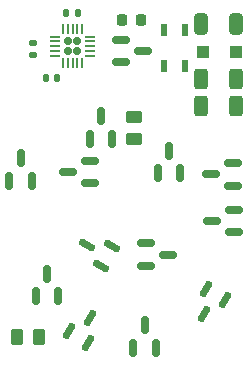
<source format=gbr>
%TF.GenerationSoftware,KiCad,Pcbnew,(6.0.0)*%
%TF.CreationDate,2023-04-30T17:40:05-04:00*%
%TF.ProjectId,nixitest1,6e697869-7465-4737-9431-2e6b69636164,rev?*%
%TF.SameCoordinates,Original*%
%TF.FileFunction,Paste,Top*%
%TF.FilePolarity,Positive*%
%FSLAX46Y46*%
G04 Gerber Fmt 4.6, Leading zero omitted, Abs format (unit mm)*
G04 Created by KiCad (PCBNEW (6.0.0)) date 2023-04-30 17:40:05*
%MOMM*%
%LPD*%
G01*
G04 APERTURE LIST*
G04 Aperture macros list*
%AMRoundRect*
0 Rectangle with rounded corners*
0 $1 Rounding radius*
0 $2 $3 $4 $5 $6 $7 $8 $9 X,Y pos of 4 corners*
0 Add a 4 corners polygon primitive as box body*
4,1,4,$2,$3,$4,$5,$6,$7,$8,$9,$2,$3,0*
0 Add four circle primitives for the rounded corners*
1,1,$1+$1,$2,$3*
1,1,$1+$1,$4,$5*
1,1,$1+$1,$6,$7*
1,1,$1+$1,$8,$9*
0 Add four rect primitives between the rounded corners*
20,1,$1+$1,$2,$3,$4,$5,0*
20,1,$1+$1,$4,$5,$6,$7,0*
20,1,$1+$1,$6,$7,$8,$9,0*
20,1,$1+$1,$8,$9,$2,$3,0*%
G04 Aperture macros list end*
%ADD10RoundRect,0.150000X0.587500X0.150000X-0.587500X0.150000X-0.587500X-0.150000X0.587500X-0.150000X0*%
%ADD11RoundRect,0.150000X0.150000X-0.587500X0.150000X0.587500X-0.150000X0.587500X-0.150000X-0.587500X0*%
%ADD12RoundRect,0.055000X-0.220000X0.445000X-0.220000X-0.445000X0.220000X-0.445000X0.220000X0.445000X0*%
%ADD13RoundRect,0.167500X-0.167500X-0.167500X0.167500X-0.167500X0.167500X0.167500X-0.167500X0.167500X0*%
%ADD14RoundRect,0.050000X-0.375000X-0.050000X0.375000X-0.050000X0.375000X0.050000X-0.375000X0.050000X0*%
%ADD15RoundRect,0.050000X-0.050000X-0.375000X0.050000X-0.375000X0.050000X0.375000X-0.050000X0.375000X0*%
%ADD16RoundRect,0.250000X0.325000X0.650000X-0.325000X0.650000X-0.325000X-0.650000X0.325000X-0.650000X0*%
%ADD17RoundRect,0.150000X-0.587500X-0.150000X0.587500X-0.150000X0.587500X0.150000X-0.587500X0.150000X0*%
%ADD18RoundRect,0.135000X0.185000X-0.135000X0.185000X0.135000X-0.185000X0.135000X-0.185000X-0.135000X0*%
%ADD19RoundRect,0.135000X-0.135000X-0.185000X0.135000X-0.185000X0.135000X0.185000X-0.135000X0.185000X0*%
%ADD20RoundRect,0.250000X-0.450000X0.262500X-0.450000X-0.262500X0.450000X-0.262500X0.450000X0.262500X0*%
%ADD21RoundRect,0.250000X-0.312500X-0.625000X0.312500X-0.625000X0.312500X0.625000X-0.312500X0.625000X0*%
%ADD22RoundRect,0.150000X0.163846X0.583790X-0.423654X-0.433790X-0.163846X-0.583790X0.423654X0.433790X0*%
%ADD23RoundRect,0.250000X0.262500X0.450000X-0.262500X0.450000X-0.262500X-0.450000X0.262500X-0.450000X0*%
%ADD24RoundRect,0.225000X0.225000X0.250000X-0.225000X0.250000X-0.225000X-0.250000X0.225000X-0.250000X0*%
%ADD25RoundRect,0.150000X-0.163846X-0.583790X0.423654X0.433790X0.163846X0.583790X-0.423654X-0.433790X0*%
%ADD26RoundRect,0.150000X0.583790X-0.163846X-0.433790X0.423654X-0.583790X0.163846X0.433790X-0.423654X0*%
%ADD27RoundRect,0.250000X0.312500X0.625000X-0.312500X0.625000X-0.312500X-0.625000X0.312500X-0.625000X0*%
%ADD28R,1.100000X1.100000*%
%ADD29RoundRect,0.140000X0.140000X0.170000X-0.140000X0.170000X-0.140000X-0.170000X0.140000X-0.170000X0*%
G04 APERTURE END LIST*
D10*
%TO.C,Q5*%
X99057500Y-82920000D03*
X99057500Y-81020000D03*
X97182500Y-81970000D03*
%TD*%
D11*
%TO.C,Q9*%
X92560000Y-77927500D03*
X94460000Y-77927500D03*
X93510000Y-76052500D03*
%TD*%
%TO.C,Q12*%
X86830000Y-74967500D03*
X88730000Y-74967500D03*
X87780000Y-73092500D03*
%TD*%
%TO.C,Q13*%
X80020000Y-78527500D03*
X81920000Y-78527500D03*
X80970000Y-76652500D03*
%TD*%
%TO.C,Q6*%
X82230000Y-88307500D03*
X84130000Y-88307500D03*
X83180000Y-86432500D03*
%TD*%
D12*
%TO.C,T1*%
X93070000Y-65790000D03*
X94840000Y-65790000D03*
X94840000Y-68790000D03*
X93070000Y-68790000D03*
%TD*%
D13*
%TO.C,U1*%
X85769999Y-67550000D03*
X85769999Y-66730000D03*
X84949999Y-67550000D03*
X84949999Y-66730000D03*
D14*
X83909999Y-66340000D03*
X83909999Y-66740000D03*
X83909999Y-67140000D03*
X83909999Y-67540000D03*
X83909999Y-67940000D03*
D15*
X84559999Y-68590000D03*
X84959999Y-68590000D03*
X85359999Y-68590000D03*
X85759999Y-68590000D03*
X86159999Y-68590000D03*
D14*
X86809999Y-67940000D03*
X86809999Y-67540000D03*
X86809999Y-67140000D03*
X86809999Y-66740000D03*
X86809999Y-66340000D03*
D15*
X86159999Y-65690000D03*
X85759999Y-65690000D03*
X85359999Y-65690000D03*
X84959999Y-65690000D03*
X84559999Y-65690000D03*
%TD*%
D16*
%TO.C,C1*%
X99225000Y-65250000D03*
X96275000Y-65250000D03*
%TD*%
D17*
%TO.C,Q4*%
X91562500Y-83840000D03*
X91562500Y-85740000D03*
X93437500Y-84790000D03*
%TD*%
D18*
%TO.C,R1*%
X82000000Y-67870000D03*
X82000000Y-66850000D03*
%TD*%
D10*
%TO.C,Q2*%
X86847500Y-78740000D03*
X86847500Y-76840000D03*
X84972500Y-77790000D03*
%TD*%
D17*
%TO.C,Q1*%
X89462500Y-66600000D03*
X89462500Y-68500000D03*
X91337500Y-67550000D03*
%TD*%
D19*
%TO.C,R3*%
X84780000Y-64300000D03*
X85800000Y-64300000D03*
%TD*%
D20*
%TO.C,R6*%
X90590000Y-73177500D03*
X90590000Y-75002500D03*
%TD*%
D21*
%TO.C,R2*%
X96257500Y-72180000D03*
X99182500Y-72180000D03*
%TD*%
D11*
%TO.C,Q10*%
X90520000Y-92667500D03*
X92420000Y-92667500D03*
X91470000Y-90792500D03*
%TD*%
D22*
%TO.C,Q11*%
X98291474Y-88663101D03*
X96646026Y-87713101D03*
X96531250Y-89811899D03*
%TD*%
D23*
%TO.C,R5*%
X82492500Y-91730000D03*
X80667500Y-91730000D03*
%TD*%
D24*
%TO.C,C2*%
X91115000Y-64910000D03*
X89565000Y-64910000D03*
%TD*%
D10*
%TO.C,Q8*%
X98937500Y-78950000D03*
X98937500Y-77050000D03*
X97062500Y-78000000D03*
%TD*%
D25*
%TO.C,Q7*%
X85058526Y-91286899D03*
X86703974Y-92236899D03*
X86818750Y-90138101D03*
%TD*%
D26*
%TO.C,Q3*%
X87746899Y-85731474D03*
X88696899Y-84086026D03*
X86598101Y-83971250D03*
%TD*%
D27*
%TO.C,R4*%
X99182500Y-69910000D03*
X96257500Y-69910000D03*
%TD*%
D28*
%TO.C,D1*%
X99180000Y-67600000D03*
X96380000Y-67600000D03*
%TD*%
D29*
%TO.C,C3*%
X84030000Y-69800000D03*
X83070000Y-69800000D03*
%TD*%
M02*

</source>
